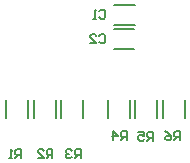
<source format=gbo>
G04*
G04 #@! TF.GenerationSoftware,Altium Limited,Altium Designer,23.8.1 (32)*
G04*
G04 Layer_Color=32896*
%FSLAX25Y25*%
%MOIN*%
G70*
G04*
G04 #@! TF.SameCoordinates,E8196DF9-6BE1-4897-A204-F033BB6E7C32*
G04*
G04*
G04 #@! TF.FilePolarity,Positive*
G04*
G01*
G75*
%ADD10C,0.00787*%
%ADD14C,0.00700*%
D10*
X470494Y486527D02*
X477383D01*
X470472Y479823D02*
X477362D01*
X470472Y487795D02*
X477559D01*
X470472Y494488D02*
X477559D01*
X475886Y456754D02*
Y462659D01*
X468602Y456754D02*
Y462659D01*
X434547Y456829D02*
Y462735D01*
X441831Y456829D02*
Y462735D01*
X453051Y456791D02*
Y462697D01*
X460335Y456791D02*
Y462697D01*
X451181Y456791D02*
Y462697D01*
X443898Y456791D02*
Y462697D01*
X477657Y456731D02*
Y462636D01*
X484941Y456731D02*
Y462636D01*
X487008Y456731D02*
Y462636D01*
X494291Y456731D02*
Y462636D01*
D14*
X492657Y449288D02*
Y452287D01*
X491157D01*
X490657Y451787D01*
Y450787D01*
X491157Y450288D01*
X492657D01*
X491657D02*
X490657Y449288D01*
X487658Y452287D02*
X488658Y451787D01*
X489658Y450787D01*
Y449788D01*
X489158Y449288D01*
X488158D01*
X487658Y449788D01*
Y450288D01*
X488158Y450787D01*
X489658D01*
X483798Y449190D02*
Y452188D01*
X482299D01*
X481799Y451689D01*
Y450689D01*
X482299Y450189D01*
X483798D01*
X482799D02*
X481799Y449190D01*
X478800Y452188D02*
X480799D01*
Y450689D01*
X479800Y451189D01*
X479300D01*
X478800Y450689D01*
Y449689D01*
X479300Y449190D01*
X480300D01*
X480799Y449689D01*
X474940Y449386D02*
Y452385D01*
X473441D01*
X472941Y451886D01*
Y450886D01*
X473441Y450386D01*
X474940D01*
X473941D02*
X472941Y449386D01*
X470442D02*
Y452385D01*
X471941Y450886D01*
X469942D01*
X459586Y443382D02*
Y446381D01*
X458086D01*
X457586Y445882D01*
Y444882D01*
X458086Y444382D01*
X459586D01*
X458586D02*
X457586Y443382D01*
X456587Y445882D02*
X456087Y446381D01*
X455087D01*
X454587Y445882D01*
Y445382D01*
X455087Y444882D01*
X455587D01*
X455087D01*
X454587Y444382D01*
Y443882D01*
X455087Y443382D01*
X456087D01*
X456587Y443882D01*
X450137Y443382D02*
Y446381D01*
X448637D01*
X448138Y445882D01*
Y444882D01*
X448637Y444382D01*
X450137D01*
X449137D02*
X448138Y443382D01*
X445139D02*
X447138D01*
X445139Y445382D01*
Y445882D01*
X445638Y446381D01*
X446638D01*
X447138Y445882D01*
X439795Y443382D02*
Y446381D01*
X438295D01*
X437795Y445882D01*
Y444882D01*
X438295Y444382D01*
X439795D01*
X438795D02*
X437795Y443382D01*
X436796D02*
X435796D01*
X436296D01*
Y446381D01*
X436796Y445882D01*
X465657Y484071D02*
X466157Y484570D01*
X467157D01*
X467657Y484071D01*
Y482071D01*
X467157Y481571D01*
X466157D01*
X465657Y482071D01*
X462658Y481571D02*
X464658D01*
X462658Y483571D01*
Y484071D01*
X463158Y484570D01*
X464158D01*
X464658Y484071D01*
X465748Y492338D02*
X466248Y492838D01*
X467247D01*
X467747Y492338D01*
Y490339D01*
X467247Y489839D01*
X466248D01*
X465748Y490339D01*
X464748Y489839D02*
X463749D01*
X464249D01*
Y492838D01*
X464748Y492338D01*
M02*

</source>
